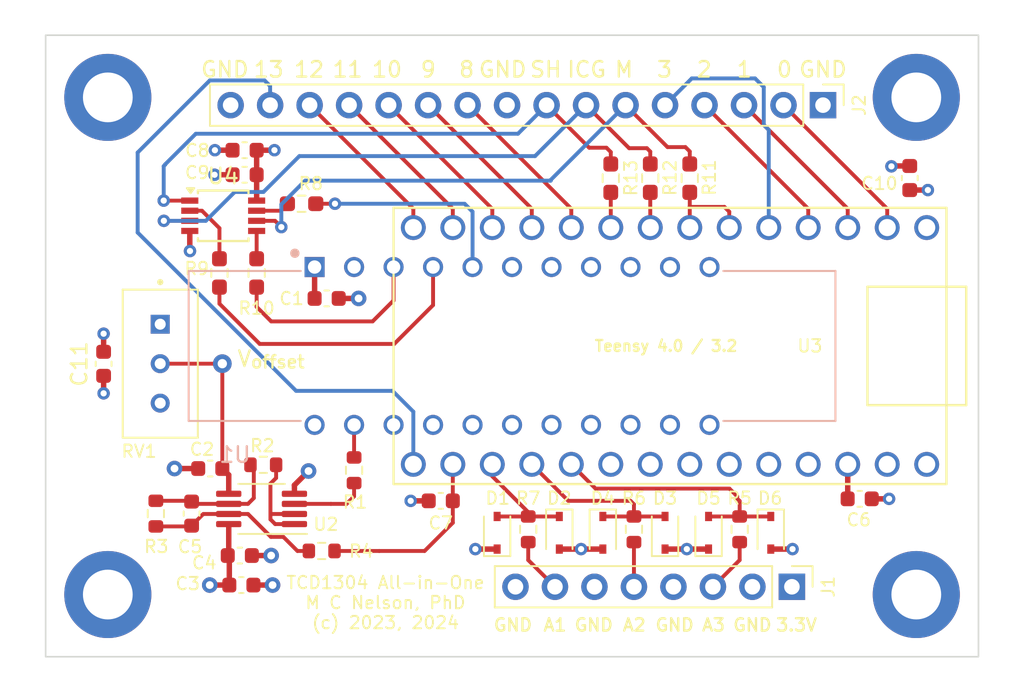
<source format=kicad_pcb>
(kicad_pcb (version 20240108) (generator "pcbnew") (generator_version "8.0")
  (layers (0 "F.Cu" signal) (1 "In1.Cu" signal) (2 "In2.Cu" signal) (31 "B.Cu" signal) (34 "B.Paste" user) (35 "F.Paste" user) (36 "B.SilkS" user "B.Silkscreen") (37 "F.SilkS" user "F.Silkscreen") (38 "B.Mask" user) (39 "F.Mask" user) (44 "Edge.Cuts" user))
  (net 0 "")
  (net 1 "+3.3V")
  (net 2 "Earth")
  (net 3 "Net-(U2-+IN2)")
  (net 4 "Net-(U2-OUT2)")
  (net 5 "Net-(U2--IN2)")
  (net 6 "Net-(U3-14_A0_TX3_SPDIF_OUT)")
  (net 7 "Net-(D1-A)")
  (net 8 "Net-(D3-A)")
  (net 9 "Net-(D5-A)")
  (net 10 "Net-(J1-Pin_5)")
  (net 11 "Net-(J1-Pin_7)")
  (net 12 "Net-(J1-Pin_3)")
  (net 13 "Net-(J2-Pin_7)")
  (net 14 "Net-(J2-Pin_6)")
  (net 15 "Net-(J2-Pin_5)")
  (net 16 "Net-(J2-Pin_15)")
  (net 17 "Net-(J2-Pin_4)")
  (net 18 "Net-(J2-Pin_10)")
  (net 19 "Net-(J2-Pin_3)")
  (net 20 "Net-(J2-Pin_11)")
  (net 21 "Net-(J2-Pin_8)")
  (net 22 "Net-(J2-Pin_14)")
  (net 23 "Net-(J2-Pin_13)")
  (net 24 "Net-(J2-Pin_12)")
  (net 25 "Net-(J2-Pin_2)")
  (net 26 "Net-(U1-OS)")
  (net 27 "Net-(U2-+IN1)")
  (net 28 "Net-(U2--IN1)")
  (net 29 "Net-(R8-Pad1)")
  (net 30 "Net-(R9-Pad1)")
  (net 31 "Net-(R10-Pad1)")
  (net 32 "Net-(U3-4_BCLK2)")
  (net 33 "Net-(U3-6_OUT1D)")
  (net 34 "Net-(U3-7_RX2_OUT1A)")
  (net 42 "Net-(U1-SH)")
  (net 43 "Net-(U1-M)")
  (net 44 "Net-(U1-ICG)")
  (footprint "Diode_SMD:D_SOD-323" (layer "F.Cu") (at 149.04 112.025 90)
    (property "Reference" "D1")
    (property "Value" "D_Schottky" (hide yes))
  )
  (footprint "Diode_SMD:D_SOD-323" (layer "F.Cu") (at 162.64 112.025 90)
    (property "Reference" "D5")
    (property "Value" "D_Schottky")
  )
  (footprint "Package_SO:TSSOP-8_3x3mm_P0.65mm" (layer "F.Cu") (at 131.4225 91.62)
    (property "Reference" "U4")
    (property "Value" "74LVC3G34")
  )
  (footprint "Resistor_SMD:R_0603_1608Metric_Pad0.98x0.95mm_HandSolder" (layer "F.Cu") (at 133.5725 95.3 -90)
    (property "Reference" "R10")
    (property "Value" "150")
  )
  (footprint "Resistor_SMD:R_0603_1608Metric" (layer "F.Cu") (at 164.64 111.8 90)
    (property "Reference" "R5")
    (property "Value" "300R")
  )
  (footprint "Capacitor_SMD:C_0603_1608Metric" (layer "F.Cu") (at 145.415 109.97 180)
    (property "Reference" "C7")
    (property "Value" "68p")
  )
  (footprint "MountingHole:MountingHole_3.2mm_M3_DIN965_Pad" (layer "F.Cu") (at 124 116)
    (property "Reference" "H3" (hide yes))
    (property "Value" "MountingHole_Pad")
  )
  (footprint "Resistor_SMD:R_0603_1608Metric_Pad0.98x0.95mm_HandSolder" (layer "F.Cu") (at 156.35 89.2 -90)
    (property "Reference" "R13")
    (property "Value" "50")
  )
  (footprint "Capacitor_SMD:C_0603_1608Metric" (layer "F.Cu") (at 172.36 109.84)
    (property "Reference" "C6")
    (property "Value" "10uF")
  )
  (footprint "Resistor_SMD:R_0603_1608Metric" (layer "F.Cu") (at 151.04 111.8 90)
    (property "Reference" "R7")
    (property "Value" "300R" (hide yes))
  )
  (footprint "Resistor_SMD:R_0603_1608Metric_Pad0.98x0.95mm_HandSolder" (layer "F.Cu") (at 158.89 89.2 -90)
    (property "Reference" "R12")
    (property "Value" "50")
  )
  (footprint "MountingHole:MountingHole_3.2mm_M3_DIN965_Pad" (layer "F.Cu") (at 124 84)
    (property "Reference" "H2" (hide yes))
    (property "Value" "MountingHole_Pad")
  )
  (footprint "BournsTrimPot_3296W-1-502LF:TRIM_3296W-1-502LF" (layer "F.Cu") (at 127.37 101.14 -90)
    (property "Reference" "RV1")
    (property "Value" "10K")
  )
  (footprint "Resistor_SMD:R_0603_1608Metric" (layer "F.Cu") (at 137.75625 113.195)
    (property "Reference" "R4")
    (property "Value" "100R")
  )
  (footprint "teensy_footprints:Teensy40" (layer "F.Cu") (at 160.16 100 180)
    (property "Reference" "U3")
    (property "Value" "Teensy4.0")
  )
  (footprint "MountingHole:MountingHole_3.2mm_M3_DIN965_Pad" (layer "F.Cu") (at 176 84)
    (property "Reference" "H1" (hide yes))
    (property "Value" "MountingHole_Pad")
  )
  (footprint "Package_SO:MSOP-8_3x3mm_P0.65mm" (layer "F.Cu") (at 133.89 110.49 180)
    (property "Reference" "U2")
    (property "Value" "ADA4807-2ARMZ-R7")
  )
  (footprint "Capacitor_SMD:C_0603_1608Metric" (layer "F.Cu") (at 123.73 101.15 -90)
    (property "Reference" "C11")
    (property "Value" "10uF")
  )
  (footprint "Connector_PinHeader_2.54mm:PinHeader_1x08_P2.54mm_Vertical" (layer "F.Cu") (at 168 115.5 -90)
    (property "Reference" "J1")
    (property "Value" "Conn_01x08_Male")
  )
  (footprint "Resistor_SMD:R_0603_1608Metric_Pad0.98x0.95mm_HandSolder" (layer "F.Cu") (at 131.18 95.3 -90)
    (property "Reference" "R9")
    (property "Value" "150")
  )
  (footprint "Diode_SMD:D_SOD-323" (layer "F.Cu") (at 166.64 112.025 -90)
    (property "Reference" "D6")
    (property "Value" "D_Schottky")
  )
  (footprint "Capacitor_SMD:C_0603_1608Metric" (layer "F.Cu") (at 138.075 96.94)
    (property "Reference" "C1")
    (property "Value" "10uF")
  )
  (footprint "Diode_SMD:D_SOD-323" (layer "F.Cu") (at 153.04 112.025 -90)
    (property "Reference" "D2")
    (property "Value" "D_Schottky" (hide yes))
  )
  (footprint "Diode_SMD:D_SOD-323" (layer "F.Cu") (at 155.84 112.025 -90)
    (property "Reference" "D4")
    (property "Value" "D_Schottky")
  )
  (footprint "Resistor_SMD:R_0603_1608Metric" (layer "F.Cu") (at 134 107.65 180)
    (property "Reference" "R2")
    (property "Value" "499R")
  )
  (footprint "Capacitor_SMD:C_0603_1608Metric" (layer "F.Cu") (at 129.39 110.79 90)
    (property "Reference" "C5")
    (property "Value" "2p")
  )
  (footprint "Diode_SMD:D_SOD-323" (layer "F.Cu") (at 159.84 112.025 90)
    (property "Reference" "D3")
    (property "Value" "D_Schottky")
  )
  (footprint "Capacitor_SMD:C_0603_1608Metric" (layer "F.Cu") (at 132.49 113.49)
    (property "Reference" "C4")
    (property "Value" "0.1uF")
  )
  (footprint "Capacitor_SMD:C_0603_1608Metric" (layer "F.Cu") (at 130.59 107.89 180)
    (property "Reference" "C2")
    (property "Value" "0.1uF")
  )
  (footprint "Resistor_SMD:R_0603_1608Metric" (layer "F.Cu") (at 127.09 110.79 90)
    (property "Reference" "R3")
    (property "Value" "2.49K")
  )
  (footprint "Resistor_SMD:R_0603_1608Metric_Pad0.98x0.95mm_HandSolder" (layer "F.Cu") (at 161.43 89.2 -90)
    (property "Reference" "R11")
    (property "Value" "50")
  )
  (footprint "Resistor_SMD:R_0603_1608Metric" (layer "F.Cu") (at 157.84 111.8 90)
    (property "Reference" "R6")
    (property "Value" "300R")
  )
  (footprint "Resistor_SMD:R_0603_1608Metric_Pad0.98x0.95mm_HandSolder" (layer "F.Cu") (at 136.4625 90.845)
    (property "Reference" "R8")
    (property "Value" "150")
  )
  (footprint "Resistor_SMD:R_0603_1608Metric" (layer "F.Cu") (at 139.84 108 -90)
    (property "Reference" "R1")
    (property "Value" "100R")
  )
  (footprint "Capacitor_SMD:C_0603_1608Metric" (layer "F.Cu") (at 175.58 89.19 -90)
    (property "Reference" "C10")
    (property "Value" "10uF")
  )
  (footprint "Connector_PinHeader_2.54mm:PinHeader_1x16_P2.54mm_Vertical" (layer "F.Cu") (at 170 84.5 -90)
    (property "Reference" "J2")
    (property "Value" "Conn_01x16_Male")
  )
  (footprint "MountingHole:MountingHole_3.2mm_M3_DIN965_Pad" (layer "F.Cu") (at 176 116)
    (property "Reference" "H4" (hide yes))
    (property "Value" "MountingHole_Pad")
  )
  (footprint "Capacitor_SMD:C_0603_1608Metric" (layer "F.Cu") (at 132.7975 88.98 180)
    (property "Reference" "C9")
    (property "Value" "0.1uF")
  )
  (footprint "Capacitor_SMD:C_0603_1608Metric" (layer "F.Cu") (at 132.59 115.39)
    (property "Reference" "C3")
    (property "Value" "10uF")
  )
  (footprint "Capacitor_SMD:C_0603_1608Metric" (layer "F.Cu") (at 132.7975 87.4 180)
    (property "Reference" "C8")
    (property "Value" "10uF")
  )
  (footprint "TCD1304:DIP1016W47P254L4210H372Q22" (layer "B.Cu") (at 150 100)
    (property "Reference" "U1")
    (property "Value" "TCD1304AP")
  )
  (gr_rect (start 120 80) (end 180 120) (stroke (width 0.1)) (fill none) (layer "Edge.Cuts"))
  (gr_text "3.3V" (at 168.3 117.96 0) (layer "F.SilkS") (effects (font (size 0.8 0.8))))
  (gr_text "GND" (at 165.46 117.96 0) (layer "F.SilkS") (effects (font (size 0.8 0.8))))
  (gr_text "GND" (at 131.53 82.79 0) (layer "F.SilkS") (effects (font (size 1 1)) (justify bottom)))
  (gr_text "M" (at 157.2 82.79 0) (layer "F.SilkS") (effects (font (size 1 1)) (justify bottom)))
  (gr_text "GND" (at 155.26 117.96 0) (layer "F.SilkS") (effects (font (size 0.8 0.8))))
  (gr_text "9" (at 144.61 82.79 0) (layer "F.SilkS") (effects (font (size 1 1)) (justify bottom)))
  (gr_text "TCD1304 All-in-One\nM C Nelson, PhD\n(c) 2023, 2024\n" (at 141.86 116.52 0) (layer "F.SilkS") (effects (font (size 0.8 0.8) (thickness 0.12))))
  (gr_text "V_{offset}" (at 132.26 101.41 0) (layer "F.SilkS") (effects (font (size 1 1)) (justify left bottom)))
  (gr_text "GND" (at 149.4 82.79 0) (layer "F.SilkS") (effects (font (size 1 1)) (justify bottom)))
  (gr_text "12" (at 136.95 82.79 0) (layer "F.SilkS") (effects (font (size 1 1)) (justify bottom)))
  (gr_text "A1" (at 152.76 117.96 0) (layer "F.SilkS") (effects (font (size 0.8 0.8))))
  (gr_text "2" (at 162.36 82.79 0) (layer "F.SilkS") (effects (font (size 1 1)) (justify bottom)))
  (gr_text "10" (at 141.96 82.79 0) (layer "F.SilkS") (effects (font (size 1 1)) (justify bottom)))
  (gr_text "GND" (at 150.06 117.96 0) (layer "F.SilkS") (effects (font (size 0.8 0.8))))
  (gr_text "SH" (at 152.17 82.79 0) (layer "F.SilkS") (effects (font (size 1 1)) (justify bottom)))
  (gr_text "GND" (at 170 82.79 0) (layer "F.SilkS") (effects (font (size 1 1)) (justify bottom)))
  (gr_text "11" (at 139.42 82.79 0) (layer "F.SilkS") (effects (font (size 1 1)) (justify bottom)))
  (gr_text "1" (at 164.94 82.79 0) (layer "F.SilkS") (effects (font (size 1 1)) (justify bottom)))
  (gr_text "0" (at 167.52 82.79 0) (layer "F.SilkS") (effects (font (size 1 1)) (justify bottom)))
  (gr_text "13" (at 134.35 82.79 0) (layer "F.SilkS") (effects (font (size 1 1)) (justify bottom)))
  (gr_text "GND" (at 160.46 117.96 0) (layer "F.SilkS") (effects (font (size 0.8 0.8))))
  (gr_text "A2" (at 157.86 117.96 0) (layer "F.SilkS") (effects (font (size 0.8 0.8))))
  (gr_text "A3" (at 162.96 117.96 0) (layer "F.SilkS") (effects (font (size 0.8 0.8))))
  (gr_text "3" (at 159.81 82.79 0) (layer "F.SilkS") (effects (font (size 1 1)) (justify bottom)))
  (gr_text "8" (at 147.08 82.79 0) (layer "F.SilkS") (effects (font (size 1 1)) (justify bottom)))
  (gr_text "ICG" (at 154.8 82.79 0) (layer "F.SilkS") (effects (font (size 1 1)) (justify bottom)))
  (segment (start 131.7775 111.465) (end 131.7775 113.4275) (width 0.35) (layer "F.Cu") (net 1))
  (segment (start 175.58 88.415) (end 174.425 88.415) (width 0.35) (layer "F.Cu") (net 1))
  (segment (start 137.3 94.92) (end 137.3 96.94) (width 0.35) (layer "F.Cu") (net 1))
  (segment (start 171.59 107.62) (end 171.59 109.835) (width 0.35) (layer "F.Cu") (net 1))
  (segment (start 174.425 88.415) (end 174.4 88.44) (width 0.35) (layer "F.Cu") (net 1))
  (segment (start 133.5725 87.4) (end 134.7175 87.4) (width 0.35) (layer "F.Cu") (net 1))
  (segment (start 133.5725 88.98) (end 133.5725 90.645) (width 0.35) (layer "F.Cu") (net 1))
  (segment (start 123.73 100.375) (end 123.73 99.21) (width 0.35) (layer "F.Cu") (net 1))
  (segment (start 131.7775 113.4275) (end 131.715 113.49) (width 0.25) (layer "F.Cu") (net 1))
  (segment (start 171.59 109.835) (end 171.585 109.84) (width 0.35) (layer "F.Cu") (net 1))
  (segment (start 149.04 113.075) (end 147.64 113.075) (width 0.35) (layer "F.Cu") (net 1))
  (segment (start 130.55625 115.39) (end 131.815 115.39) (width 0.35) (layer "F.Cu") (net 1))
  (segment (start 131.815 113.59) (end 131.715 113.49) (width 0.25) (layer "F.Cu") (net 1))
  (segment (start 162.64 113.075) (end 161.24 113.075) (width 0.35) (layer "F.Cu") (net 1))
  (segment (start 131.815 115.39) (end 131.815 113.59) (width 0.35) (layer "F.Cu") (net 1))
  (segment (start 159.84 113.075) (end 161.24 113.075) (width 0.35) (layer "F.Cu") (net 1))
  (segment (start 133.5725 87.4) (end 133.5725 88.98) (width 0.35) (layer "F.Cu") (net 1))
  (via (at 123.73 99.21) (size 0.8) (drill 0.4) (layers "F.Cu" "B.Cu") (net 1))
  (via (at 134.7175 87.4) (size 0.8) (drill 0.4) (layers "F.Cu" "B.Cu") (net 1))
  (via (at 161.24 113.075) (size 0.8) (drill 0.4) (layers "F.Cu" "B.Cu") (net 1))
  (via (at 174.4 88.44) (size 0.8) (drill 0.4) (layers "F.Cu" "B.Cu") (net 1))
  (via (at 147.64 113.075) (size 0.8) (drill 0.4) (layers "F.Cu" "B.Cu") (net 1))
  (via (at 130.55625 115.39) (size 1) (drill 0.5) (layers "F.Cu" "B.Cu") (net 1))
  (segment (start 133.365 115.39) (end 134.59625 115.39) (width 0.35) (layer "F.Cu") (net 2))
  (segment (start 133.265 113.49) (end 134.50625 113.49) (width 0.35) (layer "F.Cu") (net 2))
  (segment (start 130.8875 87.4) (end 132.0225 87.4) (width 0.35) (layer "F.Cu") (net 2))
  (segment (start 129.285 93.89) (end 129.2725 93.8775) (width 0.35) (layer "F.Cu") (net 2))
  (segment (start 136.91 108.05) (end 136.0025 108.9575) (width 0.35) (layer "F.Cu") (net 2))
  (segment (start 138.85 96.94) (end 140.13 96.94) (width 0.35) (layer "F.Cu") (net 2))
  (segment (start 173.135 109.84) (end 174.25 109.84) (width 0.35) (layer "F.Cu") (net 2))
  (segment (start 130.8675 88.98) (end 132.0225 88.98) (width 0.35) (layer "F.Cu") (net 2))
  (segment (start 129.2725 93.8775) (end 129.2725 92.595) (width 0.35) (layer "F.Cu") (net 2))
  (segment (start 166.64 113.075) (end 168.04 113.075) (width 0.35) (layer "F.Cu") (net 2))
  (segment (start 136.0025 108.9575) (end 136.0025 109.515) (width 0.35) (layer "F.Cu") (net 2))
  (segment (start 144.64 109.97) (end 143.48 109.97) (width 0.35) (layer "F.Cu") (net 2))
  (segment (start 129.815 107.89) (end 128.29 107.89) (width 0.35) (layer "F.Cu") (net 2))
  (segment (start 153.04 113.075) (end 154.44 113.075) (width 0.35) (layer "F.Cu") (net 2))
  (segment (start 175.58 89.965) (end 176.745 89.965) (width 0.35) (layer "F.Cu") (net 2))
  (segment (start 155.84 113.075) (end 154.44 113.075) (width 0.35) (layer "F.Cu") (net 2))
  (segment (start 123.73 101.925) (end 123.73 103.05) (width 0.35) (layer "F.Cu") (net 2))
  (via (at 129.285 93.89) (size 0.8) (drill 0.4) (layers "F.Cu" "B.Cu") (net 2))
  (via (at 134.59625 115.39) (size 1) (drill 0.5) (layers "F.Cu" "B.Cu") (net 2))
  (via (at 130.8675 88.98) (size 0.8) (drill 0.4) (layers "F.Cu" "B.Cu") (net 2))
  (via (at 136.91 108.05) (size 1) (drill 0.5) (layers "F.Cu" "B.Cu") (net 2))
  (via (at 123.73 103.05) (size 0.8) (drill 0.4) (layers "F.Cu" "B.Cu") (net 2))
  (via (at 154.44 113.075) (size 0.8) (drill 0.4) (layers "F.Cu" "B.Cu") (net 2))
  (via (at 130.8875 87.4) (size 0.8) (drill 0.4) (layers "F.Cu" "B.Cu") (net 2))
  (via (at 140.13 96.94) (size 1) (drill 0.5) (layers "F.Cu" "B.Cu") (net 2))
  (via (at 128.29 107.89) (size 1) (drill 0.5) (layers "F.Cu" "B.Cu") (net 2))
  (via (at 134.50625 113.49) (size 1) (drill 0.5) (layers "F.Cu" "B.Cu") (net 2))
  (via (at 143.48 109.97) (size 0.8) (drill 0.4) (layers "F.Cu" "B.Cu") (net 2))
  (via (at 176.745 89.965) (size 0.8) (drill 0.4) (layers "F.Cu" "B.Cu") (net 2))
  (via (at 174.25 109.84) (size 0.8) (drill 0.4) (layers "F.Cu" "B.Cu") (net 2))
  (via (at 168.04 113.075) (size 0.8) (drill 0.4) (layers "F.Cu" "B.Cu") (net 2))
  (segment (start 131.365 107.89) (end 131.39 107.865) (width 0.35) (layer "F.Cu") (net 3))
  (segment (start 127.37 101.14) (end 131.365 101.14) (width 0.25) (layer "F.Cu") (net 3))
  (segment (start 131.7775 109.515) (end 131.7775 108.3025) (width 0.35) (layer "F.Cu") (net 3))
  (segment (start 131.7775 108.3025) (end 131.365 107.89) (width 0.35) (layer "F.Cu") (net 3))
  (segment (start 131.365 101.14) (end 131.365 107.89) (width 0.25) (layer "F.Cu") (net 3))
  (via (at 131.365 101.14) (size 1.2) (drill 0.6) (layers "F.Cu" "B.Cu") (net 3))
  (segment (start 134.49 112.29) (end 135.29125 112.29) (width 0.25) (layer "F.Cu") (net 4))
  (segment (start 129.39 111.565) (end 130.14 110.815) (width 0.25) (layer "F.Cu") (net 4))
  (segment (start 136.19625 113.195) (end 136.93125 113.195) (width 0.25) (layer "F.Cu") (net 4))
  (segment (start 127.09 111.615) (end 129.34 111.615) (width 0.25) (layer "F.Cu") (net 4))
  (segment (start 135.29125 112.29) (end 136.19625 113.195) (width 0.25) (layer "F.Cu") (net 4))
  (segment (start 130.14 110.815) (end 131.7775 110.815) (width 0.25) (layer "F.Cu") (net 4))
  (segment (start 133.015 110.815) (end 134.49 112.29) (width 0.25) (layer "F.Cu") (net 4))
  (segment (start 131.7775 110.815) (end 133.015 110.815) (width 0.25) (layer "F.Cu") (net 4))
  (segment (start 129.34 111.615) (end 129.39 111.565) (width 0.25) (layer "F.Cu") (net 4))
  (segment (start 131.7775 110.165) (end 133.015 110.165) (width 0.25) (layer "F.Cu") (net 5))
  (segment (start 129.34 109.965) (end 129.39 110.015) (width 0.25) (layer "F.Cu") (net 5))
  (segment (start 129.39 110.015) (end 129.54 110.165) (width 0.25) (layer "F.Cu") (net 5))
  (segment (start 133.39 107.865) (end 133.39 109.79) (width 0.25) (layer "F.Cu") (net 5))
  (segment (start 127.09 109.965) (end 129.34 109.965) (width 0.25) (layer "F.Cu") (net 5))
  (segment (start 133.175 107.65) (end 133.39 107.865) (width 0.25) (layer "F.Cu") (net 5))
  (segment (start 129.54 110.165) (end 131.7775 110.165) (width 0.25) (layer "F.Cu") (net 5))
  (segment (start 133.015 110.165) (end 133.39 109.79) (width 0.25) (layer "F.Cu") (net 5))
  (segment (start 146.19 107.62) (end 146.19 109.97) (width 0.25) (layer "F.Cu") (net 6))
  (segment (start 144.375 113.195) (end 146.19 111.38) (width 0.25) (layer "F.Cu") (net 6))
  (segment (start 141.46 113.195) (end 144.375 113.195) (width 0.25) (layer "F.Cu") (net 6))
  (segment (start 146.19 111.38) (end 146.19 109.97) (width 0.25) (layer "F.Cu") (net 6))
  (segment (start 138.58125 113.195) (end 141.46 113.195) (width 0.25) (layer "F.Cu") (net 6))
  (segment (start 148.73 107.62) (end 148.73 108.39) (width 0.25) (layer "F.Cu") (net 7))
  (segment (start 151.04 110.7) (end 151.04 110.975) (width 0.25) (layer "F.Cu") (net 7))
  (segment (start 148.73 108.39) (end 151.04 110.7) (width 0.25) (layer "F.Cu") (net 7))
  (segment (start 149.04 110.975) (end 151.04 110.975) (width 0.25) (layer "F.Cu") (net 7))
  (segment (start 151.04 110.975) (end 153.04 110.975) (width 0.25) (layer "F.Cu") (net 7))
  (segment (start 155.84 110.975) (end 157.84 110.975) (width 0.25) (layer "F.Cu") (net 8))
  (segment (start 151.27 107.62) (end 153.62 109.97) (width 0.25) (layer "F.Cu") (net 8))
  (segment (start 157.84 110.19) (end 157.84 110.975) (width 0.25) (layer "F.Cu") (net 8))
  (segment (start 157.62 109.97) (end 157.84 110.19) (width 0.25) (layer "F.Cu") (net 8))
  (segment (start 157.84 110.975) (end 159.84 110.975) (width 0.25) (layer "F.Cu") (net 8))
  (segment (start 153.62 109.97) (end 157.62 109.97) (width 0.25) (layer "F.Cu") (net 8))
  (segment (start 155.37 109.18) (end 163.98 109.18) (width 0.25) (layer "F.Cu") (net 9))
  (segment (start 164.48 109.82) (end 164.64 109.98) (width 0.25) (layer "F.Cu") (net 9))
  (segment (start 162.64 110.975) (end 164.64 110.975) (width 0.25) (layer "F.Cu") (net 9))
  (segment (start 163.98 109.18) (end 164.48 109.68) (width 0.25) (layer "F.Cu") (net 9))
  (segment (start 164.64 109.98) (end 164.64 110.975) (width 0.25) (layer "F.Cu") (net 9))
  (segment (start 164.48 109.68) (end 164.48 109.82) (width 0.25) (layer "F.Cu") (net 9))
  (segment (start 164.64 110.975) (end 166.64 110.975) (width 0.25) (layer "F.Cu") (net 9))
  (segment (start 153.81 107.62) (end 155.37 109.18) (width 0.25) (layer "F.Cu") (net 9))
  (segment (start 157.84 115.5) (end 157.84 112.625) (width 0.25) (layer "F.Cu") (net 10))
  (segment (start 151.04 113.78) (end 152.76 115.5) (width 0.25) (layer "F.Cu") (net 11))
  (segment (start 151.04 112.625) (end 151.04 113.78) (width 0.25) (layer "F.Cu") (net 11))
  (segment (start 164.64 113.78) (end 162.92 115.5) (width 0.25) (layer "F.Cu") (net 12))
  (segment (start 164.64 112.625) (end 164.64 113.78) (width 0.25) (layer "F.Cu") (net 12))
  (segment (start 129.2725 91.945) (end 127.605 91.945) (width 0.25) (layer "F.Cu") (net 13))
  (segment (start 154.76 84.5) (end 157.53 87.27) (width 0.25) (layer "F.Cu") (net 13))
  (segment (start 158.89 87.49) (end 158.89 88.2875) (width 0.25) (layer "F.Cu") (net 13))
  (segment (start 157.53 87.27) (end 158.67 87.27) (width 0.25) (layer "F.Cu") (net 13))
  (segment (start 158.67 87.27) (end 158.89 87.49) (width 0.25) (layer "F.Cu") (net 13))
  (via (at 127.605 91.945) (size 0.8) (drill 0.4) (layers "F.Cu" "B.Cu") (net 13))
  (segment (start 151.48 87.78) (end 136.32 87.78) (width 0.25) (layer "B.Cu") (net 13))
  (segment (start 132.16 90.09) (end 130.305 91.945) (width 0.25) (layer "B.Cu") (net 13))
  (segment (start 130.305 91.945) (end 127.605 91.945) (width 0.25) (layer "B.Cu") (net 13))
  (segment (start 136.32 87.78) (end 134.01 90.09) (width 0.25) (layer "B.Cu") (net 13))
  (segment (start 134.01 90.09) (end 132.16 90.09) (width 0.25) (layer "B.Cu") (net 13))
  (segment (start 154.76 84.5) (end 151.48 87.78) (width 0.25) (layer "B.Cu") (net 13))
  (segment (start 161.43 87.48) (end 161.43 88.2875) (width 0.25) (layer "F.Cu") (net 14))
  (segment (start 161.15 87.2) (end 161.43 87.48) (width 0.25) (layer "F.Cu") (net 14))
  (segment (start 133.5725 91.945) (end 134.755 91.945) (width 0.25) (layer "F.Cu") (net 14))
  (segment (start 134.755 91.945) (end 135.16 92.35) (width 0.25) (layer "F.Cu") (net 14))
  (segment (start 157.3 84.5) (end 160 87.2) (width 0.25) (layer "F.Cu") (net 14))
  (segment (start 157.31 84.5) (end 157.3 84.5) (width 0.25) (layer "F.Cu") (net 14))
  (segment (start 160 87.2) (end 161.15 87.2) (width 0.25) (layer "F.Cu") (net 14))
  (via (at 135.16 92.35) (size 0.8) (drill 0.4) (layers "F.Cu" "B.Cu") (net 14))
  (segment (start 135.16 90.89) (end 135.16 92.35) (width 0.25) (layer "B.Cu") (net 14))
  (segment (start 152.49 89.31) (end 152.49 89.36) (width 0.25) (layer "B.Cu") (net 14))
  (segment (start 152.49 89.36) (end 136.69 89.36) (width 0.25) (layer "B.Cu") (net 14))
  (segment (start 136.69 89.36) (end 135.16 90.89) (width 0.25) (layer "B.Cu") (net 14))
  (segment (start 157.3 84.5) (end 152.49 89.31) (width 0.25) (layer "B.Cu") (net 14))
  (segment (start 165.63 82.78) (end 166.19 83.34) (width 0.25) (layer "B.Cu") (net 15))
  (segment (start 161.56 82.78) (end 165.63 82.78) (width 0.25) (layer "B.Cu") (net 15))
  (segment (start 166.51 86.09) (end 166.51 92.38) (width 0.25) (layer "B.Cu") (net 15))
  (segment (start 166.19 85.77) (end 166.51 86.09) (width 0.25) (layer "B.Cu") (net 15))
  (segment (start 166.19 83.34) (end 166.19 85.77) (width 0.25) (layer "B.Cu") (net 15))
  (segment (start 159.84 84.5) (end 161.56 82.78) (width 0.25) (layer "B.Cu") (net 15))
  (segment (start 134.44 83.27) (end 134.44 84.5) (width 0.25) (layer "B.Cu") (net 16))
  (segment (start 125.92 92.7) (end 125.92 87.55) (width 0.25) (layer "B.Cu") (net 16))
  (segment (start 130.56 82.91) (end 134.08 82.91) (width 0.25) (layer "B.Cu") (net 16))
  (segment (start 125.92 87.55) (end 130.56 82.91) (width 0.25) (layer "B.Cu") (net 16))
  (segment (start 136.11 102.89) (end 125.92 92.7) (width 0.25) (layer "B.Cu") (net 16))
  (segment (start 143.65 107.62) (end 143.65 104.23) (width 0.25) (layer "B.Cu") (net 16))
  (segment (start 134.08 82.91) (end 134.44 83.27) (width 0.25) (layer "B.Cu") (net 16))
  (segment (start 142.31 102.89) (end 136.11 102.89) (width 0.25) (layer "B.Cu") (net 16))
  (segment (start 143.65 104.23) (end 142.31 102.89) (width 0.25) (layer "B.Cu") (net 16))
  (segment (start 162.38 84.5) (end 169.05 91.17) (width 0.25) (layer "F.Cu") (net 17))
  (segment (start 169.05 91.17) (end 169.05 92.38) (width 0.25) (layer "F.Cu") (net 17))
  (segment (start 153.81 91.17) (end 153.81 92.38) (width 0.25) (layer "F.Cu") (net 18))
  (segment (start 147.14 84.5) (end 153.81 91.17) (width 0.25) (layer "F.Cu") (net 18))
  (segment (start 164.92 84.5) (end 171.59 91.17) (width 0.25) (layer "F.Cu") (net 19))
  (segment (start 171.59 91.17) (end 171.59 92.38) (width 0.25) (layer "F.Cu") (net 19))
  (segment (start 151.27 91.17) (end 151.27 92.38) (width 0.25) (layer "F.Cu") (net 20))
  (segment (start 144.6 84.5) (end 151.27 91.17) (width 0.25) (layer "F.Cu") (net 20))
  (segment (start 156.35 87.52) (end 156.35 88.2875) (width 0.25) (layer "F.Cu") (net 21))
  (segment (start 129.2725 90.645) (end 127.595 90.645) (width 0.25) (layer "F.Cu") (net 21))
  (segment (start 152.22 84.5) (end 154.96 87.24) (width 0.25) (layer "F.Cu") (net 21))
  (segment (start 156.07 87.24) (end 156.35 87.52) (width 0.25) (layer "F.Cu") (net 21))
  (segment (start 154.96 87.24) (end 156.07 87.24) (width 0.25) (layer "F.Cu") (net 21))
  (via (at 127.595 90.645) (size 0.8) (drill 0.4) (layers "F.Cu" "B.Cu") (net 21))
  (segment (start 150.38 86.34) (end 129.66 86.34) (width 0.25) (layer "B.Cu") (net 21))
  (segment (start 129.66 86.34) (end 127.69 88.31) (width 0.25) (layer "B.Cu") (net 21))
  (segment (start 127.595 88.425) (end 127.595 90.645) (width 0.25) (layer "B.Cu") (net 21))
  (segment (start 127.69 88.33) (end 127.595 88.425) (width 0.25) (layer "B.Cu") (net 21))
  (segment (start 152.22 84.5) (end 150.38 86.34) (width 0.25) (layer "B.Cu") (net 21))
  (segment (start 127.69 88.31) (end 127.69 88.33) (width 0.25) (layer "B.Cu") (net 21))
  (segment (start 136.98 84.5) (end 143.65 91.17) (width 0.25) (layer "F.Cu") (net 22))
  (segment (start 143.65 91.17) (end 143.65 92.38) (width 0.25) (layer "F.Cu") (net 22))
  (segment (start 139.52 84.5) (end 146.19 91.17) (width 0.25) (layer "F.Cu") (net 23))
  (segment (start 146.19 91.17) (end 146.19 92.38) (width 0.25) (layer "F.Cu") (net 23))
  (segment (start 148.73 91.18) (end 148.73 92.38) (width 0.25) (layer "F.Cu") (net 24))
  (segment (start 142.06 84.51) (end 148.73 91.18) (width 0.25) (layer "F.Cu") (net 24))
  (segment (start 167.46 84.5) (end 174.13 91.17) (width 0.25) (layer "F.Cu") (net 25))
  (segment (start 174.13 91.17) (end 174.13 92.38) (width 0.25) (layer "F.Cu") (net 25))
  (segment (start 139.84 105.08) (end 139.84 107.175) (width 0.25) (layer "F.Cu") (net 26))
  (segment (start 139.355 110.165) (end 138.35 110.165) (width 0.25) (layer "F.Cu") (net 27))
  (segment (start 138.35 110.165) (end 136.0025 110.165) (width 0.25) (layer "F.Cu") (net 27))
  (segment (start 139.84 109.68) (end 139.355 110.165) (width 0.25) (layer "F.Cu") (net 27))
  (segment (start 139.84 108.825) (end 139.84 109.68) (width 0.25) (layer "F.Cu") (net 27))
  (segment (start 136.0025 110.815) (end 134.46 110.815) (width 0.25) (layer "F.Cu") (net 28))
  (segment (start 134.825 108.495) (end 134.46 108.86) (width 0.25) (layer "F.Cu") (net 28))
  (segment (start 134.46 108.86) (end 134.46 110.815) (width 0.25) (layer "F.Cu") (net 28))
  (segment (start 136.0025 111.465) (end 134.765 111.465) (width 0.25) (layer "F.Cu") (net 28))
  (segment (start 134.765 111.465) (end 134.46 111.16) (width 0.25) (layer "F.Cu") (net 28))
  (segment (start 134.825 107.65) (end 134.825 108.495) (width 0.25) (layer "F.Cu") (net 28))
  (segment (start 134.46 111.16) (end 134.46 110.815) (width 0.25) (layer "F.Cu") (net 28))
  (segment (start 133.5725 91.295) (end 135.1 91.295) (width 0.25) (layer "F.Cu") (net 29))
  (segment (start 135.1 91.295) (end 135.55 90.845) (width 0.25) (layer "F.Cu") (net 29))
  (segment (start 131.18 92.42) (end 131.18 94.3875) (width 0.25) (layer "F.Cu") (net 30))
  (segment (start 130.055 91.295) (end 131.18 92.42) (width 0.25) (layer "F.Cu") (net 30))
  (segment (start 129.2725 91.295) (end 130.055 91.295) (width 0.25) (layer "F.Cu") (net 30))
  (segment (start 133.5725 92.595) (end 133.5725 94.3875) (width 0.25) (layer "F.Cu") (net 31))
  (segment (start 163.97 92.38) (end 163.97 91.36) (width 0.25) (layer "F.Cu") (net 32))
  (segment (start 161.43 91.02) (end 161.43 90.1125) (width 0.25) (layer "F.Cu") (net 32))
  (segment (start 161.46 91.05) (end 161.43 91.02) (width 0.25) (layer "F.Cu") (net 32))
  (segment (start 163.97 91.36) (end 163.66 91.05) (width 0.25) (layer "F.Cu") (net 32))
  (segment (start 163.66 91.05) (end 161.46 91.05) (width 0.25) (layer "F.Cu") (net 32))
  (segment (start 161.43 92.38) (end 161.43 91.02) (width 0.25) (layer "F.Cu") (net 32))
  (segment (start 158.89 92.38) (end 158.89 90.1125) (width 0.25) (layer "F.Cu") (net 33))
  (segment (start 156.35 92.38) (end 156.35 90.1125) (width 0.25) (layer "F.Cu") (net 34))
  (segment (start 137.375 90.845) (end 138.61 90.845) (width 0.25) (layer "F.Cu") (net 42))
  (via (at 138.61 90.845) (size 0.8) (drill 0.4) (layers "F.Cu" "B.Cu") (net 42))
  (segment (start 138.61 90.845) (end 146.945 90.845) (width 0.25) (layer "B.Cu") (net 42))
  (segment (start 147.46 91.36) (end 147.46 94.92) (width 0.25) (layer "B.Cu") (net 42))
  (segment (start 146.945 90.845) (end 147.46 91.36) (width 0.25) (layer "B.Cu") (net 42))
  (segment (start 131.18 96.2125) (end 131.18 97.28) (width 0.25) (layer "F.Cu") (net 43))
  (segment (start 131.18 97.28) (end 133.77 99.87) (width 0.25) (layer "F.Cu") (net 43))
  (segment (start 133.77 99.87) (end 142.42 99.87) (width 0.25) (layer "F.Cu") (net 43))
  (segment (start 144.92 97.37) (end 144.92 94.92) (width 0.25) (layer "F.Cu") (net 43))
  (segment (start 142.42 99.87) (end 144.92 97.37) (width 0.25) (layer "F.Cu") (net 43))
  (segment (start 134.51 98.42) (end 141.03 98.42) (width 0.25) (layer "F.Cu") (net 44))
  (segment (start 142.38 97.07) (end 142.38 94.92) (width 0.25) (layer "F.Cu") (net 44))
  (segment (start 133.5725 97.4825) (end 134.51 98.42) (width 0.25) (layer "F.Cu") (net 44))
  (segment (start 133.5725 96.2125) (end 133.5725 97.4825) (width 0.25) (layer "F.Cu") (net 44))
  (segment (start 141.03 98.42) (end 142.38 97.07) (width 0.25) (layer "F.Cu") (net 44))
)
</source>
